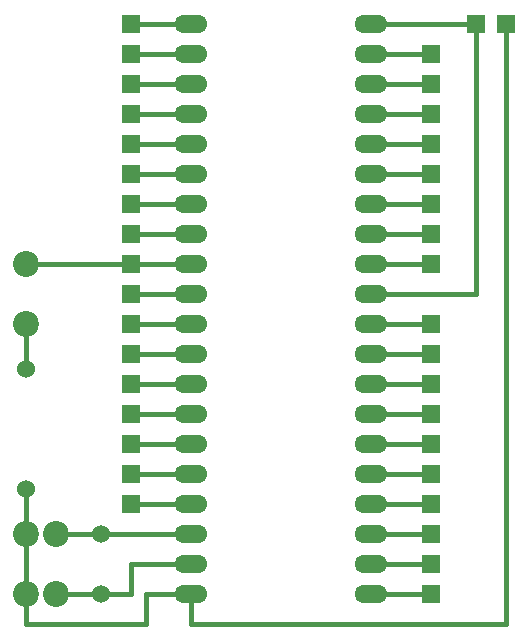
<source format=gbr>
G04 EasyPC Gerber Version 20.0.2 Build 4112 *
G04 #@! TF.Part,Single*
G04 #@! TF.FileFunction,Copper,L2,Bot *
%FSLAX35Y35*%
%MOIN*%
G04 #@! TA.AperFunction,ComponentPad*
%ADD17R,0.06000X0.06000*%
%ADD13O,0.11000X0.06000*%
G04 #@! TD.AperFunction*
%ADD18C,0.01500*%
G04 #@! TA.AperFunction,ComponentPad*
%ADD16C,0.06000*%
%ADD26C,0.08661*%
X0Y0D02*
D02*
D13*
X83250Y20250D03*
Y30250D03*
Y40250D03*
Y50250D03*
Y60250D03*
Y70250D03*
Y80250D03*
Y90250D03*
Y100250D03*
Y110250D03*
Y120250D03*
Y130250D03*
Y140250D03*
Y150250D03*
Y160250D03*
Y170250D03*
Y180250D03*
Y190250D03*
Y200250D03*
Y210250D03*
X143250Y20250D03*
Y30250D03*
Y40250D03*
Y50250D03*
Y60250D03*
Y70250D03*
Y80250D03*
Y90250D03*
Y100250D03*
Y110250D03*
Y120250D03*
Y130250D03*
Y140250D03*
Y150250D03*
Y160250D03*
Y170250D03*
Y180250D03*
Y190250D03*
Y200250D03*
Y210250D03*
D02*
D16*
X28250Y55250D03*
Y95250D03*
X53250Y20250D03*
Y40250D03*
D02*
D17*
X63250Y50250D03*
Y60250D03*
Y70250D03*
Y80250D03*
Y90250D03*
Y100250D03*
Y110250D03*
Y120250D03*
Y130250D03*
Y140250D03*
Y150250D03*
Y160250D03*
Y170250D03*
Y180250D03*
Y190250D03*
Y200250D03*
Y210250D03*
X163250Y20250D03*
Y30250D03*
Y40250D03*
Y50250D03*
Y60250D03*
Y70250D03*
Y80250D03*
Y90250D03*
Y100250D03*
Y110250D03*
Y130250D03*
Y140250D03*
Y150250D03*
Y160250D03*
Y170250D03*
Y180250D03*
Y190250D03*
Y200250D03*
X178250Y210250D03*
X188250D03*
D02*
D18*
X28250Y20250D02*
Y10250D01*
X68250*
Y20250*
X83250*
X28250Y40250D02*
Y20250D01*
Y55250D02*
Y40250D01*
Y95250D02*
Y110250D01*
Y130250D02*
X63250D01*
X38250Y20250D02*
X53250D01*
X38250Y40250D02*
X53250D01*
Y20250D02*
X63250D01*
Y30250*
X83250*
X53250Y40250D02*
X83250D01*
X63250Y50250D02*
X83250D01*
X63250Y60250D02*
X83250D01*
X63250Y70250D02*
X83250D01*
X63250Y80250D02*
X83250D01*
X63250Y90250D02*
X83250D01*
X63250Y100250D02*
X83250D01*
X63250Y110250D02*
X83250D01*
X63250Y120250D02*
X83250D01*
X63250Y130250D02*
X83250D01*
X63250Y140250D02*
X83250D01*
X63250Y150250D02*
X83250D01*
X63250Y160250D02*
X83250D01*
X63250Y170250D02*
X83250D01*
X63250Y180250D02*
X83250D01*
X63250Y190250D02*
X83250D01*
X63250Y200250D02*
X83250D01*
X63250Y210250D02*
X83250D01*
Y20250D02*
Y10250D01*
X188250*
Y210250*
X143250Y20250D02*
X163250D01*
X143250Y30250D02*
X163250D01*
X143250Y40250D02*
X163250D01*
X143250Y50250D02*
X163250D01*
X143250Y60250D02*
X163250D01*
X143250Y70250D02*
X163250D01*
X143250Y80250D02*
X163250D01*
X143250Y90250D02*
X163250D01*
X143250Y100250D02*
X163250D01*
X143250Y110250D02*
X163250D01*
X143250Y120250D02*
X178250D01*
Y210250*
X143250Y130250D02*
X163250D01*
X143250Y140250D02*
X163250D01*
X143250Y150250D02*
X163250D01*
X143250Y160250D02*
X163250D01*
X143250Y170250D02*
X163250D01*
X143250Y180250D02*
X163250D01*
X143250Y190250D02*
X163250D01*
Y200250D02*
X143250D01*
X178250Y210250D02*
X143250D01*
D02*
D26*
X28250Y20250D03*
Y40250D03*
Y110250D03*
Y130250D03*
X38250Y20250D03*
Y40250D03*
X0Y0D02*
M02*

</source>
